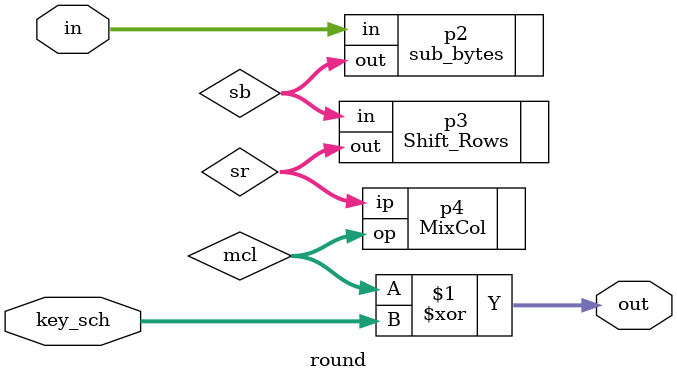
<source format=v>
module round 
(
in, //state
key_sch,//key
out//output
);

input[127:0]in;
input [127:0] key_sch;
output wire [127:0]out;

wire [127:0] sb,sr,mcl;

sub_bytes p2 (.in(in),.out(sb));
Shift_Rows p3 (.in(sb),.out(sr));
MixCol p4 (.ip(sr),.op(mcl));

assign out = mcl ^ key_sch;

endmodule
</source>
